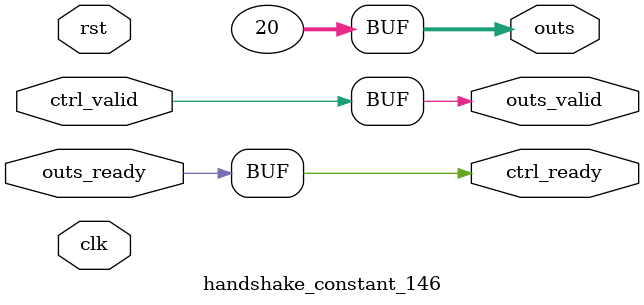
<source format=v>
`timescale 1ns / 1ps
module handshake_constant_146 #(
  parameter DATA_WIDTH = 32  // Default set to 32 bits
) (
  input                       clk,
  input                       rst,
  // Input Channel
  input                       ctrl_valid,
  output                      ctrl_ready,
  // Output Channel
  output [DATA_WIDTH - 1 : 0] outs,
  output                      outs_valid,
  input                       outs_ready
);
  assign outs       = 6'b010100;
  assign outs_valid = ctrl_valid;
  assign ctrl_ready = outs_ready;

endmodule

</source>
